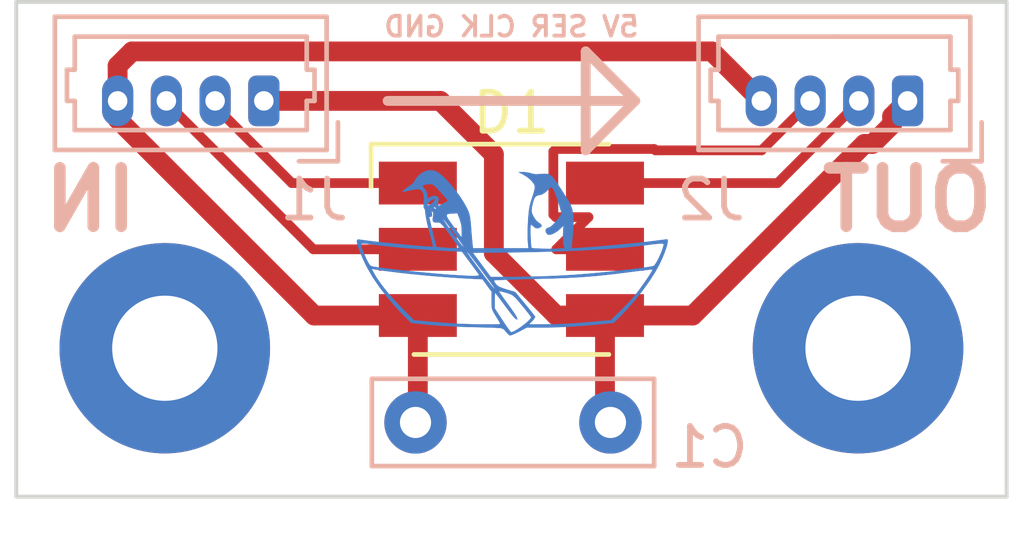
<source format=kicad_pcb>
(kicad_pcb (version 20171130) (host pcbnew 5.1.10-88a1d61d58~88~ubuntu20.04.1)

  (general
    (thickness 1.6)
    (drawings 11)
    (tracks 42)
    (zones 0)
    (modules 7)
    (nets 7)
  )

  (page A4)
  (layers
    (0 F.Cu signal)
    (31 B.Cu signal)
    (32 B.Adhes user hide)
    (33 F.Adhes user hide)
    (34 B.Paste user)
    (35 F.Paste user hide)
    (36 B.SilkS user)
    (37 F.SilkS user hide)
    (38 B.Mask user)
    (39 F.Mask user hide)
    (40 Dwgs.User user hide)
    (41 Cmts.User user hide)
    (42 Eco1.User user hide)
    (43 Eco2.User user hide)
    (44 Edge.Cuts user)
    (45 Margin user hide)
    (46 B.CrtYd user)
    (47 F.CrtYd user hide)
    (48 B.Fab user)
    (49 F.Fab user hide)
  )

  (setup
    (last_trace_width 0.25)
    (trace_clearance 0.2)
    (zone_clearance 0.508)
    (zone_45_only no)
    (trace_min 0.2)
    (via_size 0.8)
    (via_drill 0.4)
    (via_min_size 0.4)
    (via_min_drill 0.3)
    (uvia_size 0.3)
    (uvia_drill 0.1)
    (uvias_allowed no)
    (uvia_min_size 0.2)
    (uvia_min_drill 0.1)
    (edge_width 0.1)
    (segment_width 0.2)
    (pcb_text_width 0.3)
    (pcb_text_size 1.5 1.5)
    (mod_edge_width 0.15)
    (mod_text_size 1 1)
    (mod_text_width 0.15)
    (pad_size 1.524 1.524)
    (pad_drill 0.762)
    (pad_to_mask_clearance 0)
    (aux_axis_origin 0 0)
    (visible_elements FFFFFF7F)
    (pcbplotparams
      (layerselection 0x010fc_ffffffff)
      (usegerberextensions false)
      (usegerberattributes false)
      (usegerberadvancedattributes false)
      (creategerberjobfile false)
      (excludeedgelayer true)
      (linewidth 0.100000)
      (plotframeref false)
      (viasonmask false)
      (mode 1)
      (useauxorigin false)
      (hpglpennumber 1)
      (hpglpenspeed 20)
      (hpglpendiameter 15.000000)
      (psnegative false)
      (psa4output false)
      (plotreference true)
      (plotvalue true)
      (plotinvisibletext false)
      (padsonsilk false)
      (subtractmaskfromsilk false)
      (outputformat 1)
      (mirror false)
      (drillshape 1)
      (scaleselection 1)
      (outputdirectory ""))
  )

  (net 0 "")
  (net 1 +5V)
  (net 2 GND)
  (net 3 /SER_OUT)
  (net 4 /CLK_OUT)
  (net 5 /CLK_IN)
  (net 6 /SER_IN)

  (net_class Default "This is the default net class."
    (clearance 0.2)
    (trace_width 0.25)
    (via_dia 0.8)
    (via_drill 0.4)
    (uvia_dia 0.3)
    (uvia_drill 0.1)
    (add_net +5V)
    (add_net /CLK_IN)
    (add_net /CLK_OUT)
    (add_net /SER_IN)
    (add_net /SER_OUT)
    (add_net GND)
  )

  (module Decals:8mm-penguin (layer B.Cu) (tedit 609703FB) (tstamp 6097F8BA)
    (at 133.35 88.9 180)
    (fp_text reference G*** (at 0 3.81) (layer B.SilkS) hide
      (effects (font (size 1.524 1.524) (thickness 0.3)) (justify mirror))
    )
    (fp_text value LOGO (at 0.75 3.81) (layer B.SilkS) hide
      (effects (font (size 1.524 1.524) (thickness 0.3)) (justify mirror))
    )
    (fp_poly (pts (xy 2.247147 1.987857) (xy 2.26014 1.981435) (xy 2.331165 1.934129) (xy 2.400914 1.870109)
      (xy 2.457014 1.802851) (xy 2.487092 1.745834) (xy 2.4892 1.731933) (xy 2.509097 1.704417)
      (xy 2.561001 1.66089) (xy 2.626098 1.615789) (xy 2.717274 1.553646) (xy 2.771946 1.508002)
      (xy 2.787901 1.481453) (xy 2.762924 1.476591) (xy 2.740821 1.481342) (xy 2.568425 1.522452)
      (xy 2.441957 1.542561) (xy 2.361113 1.541718) (xy 2.355428 1.540458) (xy 2.290507 1.499417)
      (xy 2.251811 1.417383) (xy 2.240421 1.297501) (xy 2.245682 1.220952) (xy 2.251777 1.124353)
      (xy 2.244571 1.066724) (xy 2.23622 1.054731) (xy 2.216346 1.01954) (xy 2.209358 0.970051)
      (xy 2.201645 0.890129) (xy 2.180642 0.771529) (xy 2.148449 0.623991) (xy 2.107163 0.457252)
      (xy 2.067151 0.310037) (xy 2.039515 0.208323) (xy 2.019514 0.126767) (xy 2.009722 0.076351)
      (xy 2.009829 0.065609) (xy 2.039476 0.063451) (xy 2.112839 0.066322) (xy 2.223155 0.073571)
      (xy 2.36366 0.084551) (xy 2.527589 0.098613) (xy 2.708176 0.115109) (xy 2.898659 0.133389)
      (xy 3.092272 0.152805) (xy 3.28225 0.172708) (xy 3.46183 0.19245) (xy 3.624246 0.211383)
      (xy 3.762735 0.228857) (xy 3.86715 0.243698) (xy 3.929608 0.249962) (xy 3.956692 0.238855)
      (xy 3.9624 0.206947) (xy 3.95124 0.140818) (xy 3.920391 0.039916) (xy 3.873795 -0.085568)
      (xy 3.815397 -0.225438) (xy 3.74914 -0.369502) (xy 3.705461 -0.4572) (xy 3.562649 -0.705456)
      (xy 3.383655 -0.969077) (xy 3.176239 -1.237937) (xy 2.948162 -1.501914) (xy 2.733625 -1.724996)
      (xy 2.568365 -1.887892) (xy 2.128732 -1.93423) (xy 1.974466 -1.948107) (xy 1.783218 -1.961587)
      (xy 1.568802 -1.973915) (xy 1.345036 -1.98434) (xy 1.125736 -1.992107) (xy 1.016 -1.99489)
      (xy 0.832063 -1.999176) (xy 0.661445 -2.003856) (xy 0.511784 -2.008663) (xy 0.390718 -2.013333)
      (xy 0.305885 -2.017601) (xy 0.2667 -2.020898) (xy 0.189497 -2.055741) (xy 0.133116 -2.121192)
      (xy 0.087124 -2.176768) (xy 0.04249 -2.207158) (xy 0.031516 -2.209131) (xy -0.010419 -2.197386)
      (xy -0.083173 -2.166724) (xy -0.173219 -2.123008) (xy -0.202889 -2.107531) (xy -0.393077 -2.0066)
      (xy -0.807729 -2.0066) (xy -1.208649 -1.998785) (xy -1.647182 -1.975166) (xy -2.127823 -1.935476)
      (xy -2.294913 -1.918964) (xy -2.621325 -1.885504) (xy -2.760912 -1.749202) (xy -2.964531 -1.538138)
      (xy -3.166603 -1.305915) (xy -3.359152 -1.063034) (xy -3.534196 -0.819996) (xy -3.683758 -0.587303)
      (xy -3.723139 -0.516098) (xy -3.623365 -0.516098) (xy -3.615383 -0.541399) (xy -3.58256 -0.59942)
      (xy -3.530352 -0.682102) (xy -3.464216 -0.781387) (xy -3.389606 -0.889217) (xy -3.311978 -0.997534)
      (xy -3.236788 -1.098278) (xy -3.18174 -1.1684) (xy -3.099258 -1.264961) (xy -2.994099 -1.380452)
      (xy -2.880801 -1.499224) (xy -2.790097 -1.589963) (xy -2.5527 -1.821026) (xy -2.1971 -1.853851)
      (xy -1.941869 -1.876669) (xy -1.724397 -1.89421) (xy -1.532 -1.90718) (xy -1.351991 -1.916285)
      (xy -1.171683 -1.922231) (xy -0.978392 -1.925727) (xy -0.890368 -1.926633) (xy -0.447235 -1.9304)
      (xy -0.531268 -1.8437) (xy -0.578954 -1.787572) (xy -0.603975 -1.744633) (xy -0.508 -1.744633)
      (xy -0.487741 -1.784503) (xy -0.433795 -1.842157) (xy -0.356415 -1.909881) (xy -0.265852 -1.97996)
      (xy -0.172355 -2.044679) (xy -0.086176 -2.096324) (xy -0.017567 -2.127178) (xy 0.007254 -2.132417)
      (xy 0.027482 -2.112706) (xy 0.069659 -2.05769) (xy 0.128376 -1.974866) (xy 0.166975 -1.917875)
      (xy 0.2794 -1.917875) (xy 0.303455 -1.923285) (xy 0.3703 -1.92703) (xy 0.471957 -1.929192)
      (xy 0.600445 -1.929852) (xy 0.747786 -1.929093) (xy 0.905999 -1.926996) (xy 1.067106 -1.923642)
      (xy 1.223126 -1.919114) (xy 1.366081 -1.913492) (xy 1.487991 -1.906859) (xy 1.5113 -1.905265)
      (xy 1.679177 -1.892712) (xy 1.870313 -1.877596) (xy 2.057389 -1.862113) (xy 2.1717 -1.852196)
      (xy 2.5019 -1.822779) (xy 2.807478 -1.514639) (xy 2.998822 -1.313175) (xy 3.17423 -1.11179)
      (xy 3.327123 -0.91868) (xy 3.450925 -0.742038) (xy 3.519441 -0.627663) (xy 3.588743 -0.500333)
      (xy 3.479947 -0.51773) (xy 3.225939 -0.554929) (xy 2.931743 -0.592162) (xy 2.607958 -0.628399)
      (xy 2.265186 -0.662611) (xy 1.914027 -0.693768) (xy 1.56508 -0.720841) (xy 1.228948 -0.742801)
      (xy 1.075761 -0.751198) (xy 0.741823 -0.76823) (xy 0.624911 -0.927455) (xy 0.508 -1.086681)
      (xy 0.508 -1.312347) (xy 0.50702 -1.421672) (xy 0.500715 -1.498277) (xy 0.484038 -1.560242)
      (xy 0.451938 -1.625646) (xy 0.399369 -1.712569) (xy 0.3937 -1.721682) (xy 0.341833 -1.806398)
      (xy 0.302256 -1.873654) (xy 0.281226 -1.912709) (xy 0.2794 -1.917875) (xy 0.166975 -1.917875)
      (xy 0.198225 -1.871735) (xy 0.229504 -1.824283) (xy 0.4318 -1.514966) (xy 0.4318 -1.316283)
      (xy 0.430274 -1.223076) (xy 0.426226 -1.153313) (xy 0.420449 -1.119152) (xy 0.418829 -1.1176)
      (xy 0.400277 -1.137012) (xy 0.356869 -1.190855) (xy 0.293712 -1.272538) (xy 0.215914 -1.375471)
      (xy 0.142906 -1.473642) (xy 0.041286 -1.609157) (xy -0.035166 -1.705954) (xy -0.08956 -1.767519)
      (xy -0.125002 -1.797335) (xy -0.144602 -1.79889) (xy -0.145919 -1.797492) (xy -0.147098 -1.772278)
      (xy -0.12528 -1.723425) (xy -0.077996 -1.646862) (xy -0.002777 -1.538521) (xy 0.079915 -1.425227)
      (xy 0.162677 -1.311798) (xy 0.232536 -1.212953) (xy 0.284763 -1.13564) (xy 0.31463 -1.086806)
      (xy 0.31956 -1.073093) (xy 0.291196 -1.074062) (xy 0.227562 -1.087797) (xy 0.141719 -1.111418)
      (xy 0.130403 -1.114823) (xy 0.059722 -1.137162) (xy 0.00497 -1.159401) (xy -0.042717 -1.188721)
      (xy -0.092198 -1.232305) (xy -0.152337 -1.297338) (xy -0.231995 -1.391001) (xy -0.277346 -1.445335)
      (xy -0.360157 -1.546198) (xy -0.429787 -1.63389) (xy -0.48036 -1.700788) (xy -0.506003 -1.739269)
      (xy -0.508 -1.744633) (xy -0.603975 -1.744633) (xy -0.604652 -1.743472) (xy -0.606101 -1.730565)
      (xy -0.587439 -1.702693) (xy -0.542041 -1.643253) (xy -0.475747 -1.559658) (xy -0.394397 -1.459321)
      (xy -0.346714 -1.401332) (xy -0.096528 -1.098534) (xy 0.124515 -1.032197) (xy 0.165048 -1.019013)
      (xy 0.430429 -1.019013) (xy 0.44834 -1.006965) (xy 0.490936 -0.958477) (xy 0.559388 -0.872149)
      (xy 0.654866 -0.74658) (xy 0.723866 -0.65405) (xy 0.828668 -0.65405) (xy 0.832955 -0.669369)
      (xy 0.868911 -0.679532) (xy 0.939304 -0.684484) (xy 1.046903 -0.684169) (xy 1.194476 -0.678534)
      (xy 1.38479 -0.667523) (xy 1.620616 -0.651081) (xy 1.844401 -0.633942) (xy 2.042685 -0.617308)
      (xy 2.256753 -0.59761) (xy 2.478722 -0.575727) (xy 2.70071 -0.55254) (xy 2.914835 -0.528926)
      (xy 3.113214 -0.505767) (xy 3.287965 -0.483941) (xy 3.431205 -0.464327) (xy 3.535053 -0.447805)
      (xy 3.56524 -0.441954) (xy 3.60387 -0.427609) (xy 3.638081 -0.396695) (xy 3.67497 -0.339851)
      (xy 3.72163 -0.247711) (xy 3.736889 -0.215431) (xy 3.783294 -0.111522) (xy 3.822025 -0.015845)
      (xy 3.846891 0.055961) (xy 3.851473 0.074016) (xy 3.85809 0.128221) (xy 3.839857 0.149058)
      (xy 3.794125 0.152209) (xy 3.728654 0.148016) (xy 3.636926 0.137414) (xy 3.5687 0.1274)
      (xy 3.434493 0.108378) (xy 3.259004 0.087554) (xy 3.05168 0.065782) (xy 2.821966 0.043917)
      (xy 2.579312 0.022816) (xy 2.333164 0.003334) (xy 2.09297 -0.013675) (xy 1.868176 -0.027355)
      (xy 1.846062 -0.028552) (xy 1.266424 -0.059524) (xy 1.056979 -0.340912) (xy 0.979075 -0.446021)
      (xy 0.911445 -0.538104) (xy 0.860259 -0.608698) (xy 0.831686 -0.649341) (xy 0.828668 -0.65405)
      (xy 0.723866 -0.65405) (xy 0.742807 -0.62865) (xy 0.864968 -0.463707) (xy 0.959942 -0.334879)
      (xy 1.03092 -0.237562) (xy 1.081095 -0.167154) (xy 1.113658 -0.119054) (xy 1.1318 -0.088658)
      (xy 1.138714 -0.071364) (xy 1.137591 -0.062571) (xy 1.136384 -0.061118) (xy 1.119562 -0.077773)
      (xy 1.077984 -0.128584) (xy 1.016814 -0.206657) (xy 0.941218 -0.305094) (xy 0.856363 -0.417001)
      (xy 0.767413 -0.535482) (xy 0.679535 -0.653641) (xy 0.597894 -0.764582) (xy 0.527656 -0.861409)
      (xy 0.473986 -0.937228) (xy 0.44205 -0.985142) (xy 0.436033 -0.996025) (xy 0.430429 -1.019013)
      (xy 0.165048 -1.019013) (xy 0.240362 -0.994516) (xy 0.318465 -0.960574) (xy 0.370886 -0.924111)
      (xy 0.403615 -0.887333) (xy 0.43769 -0.834236) (xy 0.450201 -0.799899) (xy 0.448812 -0.795945)
      (xy 0.421381 -0.79249) (xy 0.348787 -0.788209) (xy 0.236655 -0.783303) (xy 0.090612 -0.777977)
      (xy -0.083716 -0.772433) (xy -0.280703 -0.766874) (xy -0.494724 -0.761504) (xy -0.524975 -0.760797)
      (xy -0.874819 -0.751897) (xy -1.183396 -0.742064) (xy -1.46024 -0.730598) (xy -1.714885 -0.7168)
      (xy -1.956863 -0.699971) (xy -2.195708 -0.67941) (xy -2.440952 -0.654419) (xy -2.70213 -0.624299)
      (xy -2.988774 -0.588349) (xy -3.133839 -0.569394) (xy -3.283786 -0.550171) (xy -3.415617 -0.534348)
      (xy -3.521398 -0.522788) (xy -3.593196 -0.516356) (xy -3.623078 -0.515914) (xy -3.623365 -0.516098)
      (xy -3.723139 -0.516098) (xy -3.790835 -0.3937) (xy -3.85849 -0.25036) (xy -3.916359 -0.112082)
      (xy -3.962192 0.013907) (xy -3.99073 0.110233) (xy -3.905982 0.110233) (xy -3.899664 0.08255)
      (xy -3.870583 -0.01111) (xy -3.828972 -0.116871) (xy -3.780548 -0.22311) (xy -3.731025 -0.318205)
      (xy -3.686118 -0.390533) (xy -3.651543 -0.428473) (xy -3.647325 -0.430585) (xy -3.601853 -0.440962)
      (xy -3.513008 -0.455484) (xy -3.387972 -0.473292) (xy -3.233925 -0.493524) (xy -3.058047 -0.515321)
      (xy -2.86752 -0.53782) (xy -2.669524 -0.560162) (xy -2.471239 -0.581485) (xy -2.279846 -0.600928)
      (xy -2.102526 -0.617632) (xy -2.0447 -0.622707) (xy -1.660267 -0.65302) (xy -1.294879 -0.675877)
      (xy -0.93131 -0.692039) (xy -0.552332 -0.702264) (xy -0.140717 -0.707311) (xy -0.121888 -0.707424)
      (xy 0.530925 -0.7112) (xy 0.992247 -0.0889) (xy 0.426273 -0.083321) (xy -0.174318 -0.075548)
      (xy -0.727341 -0.064455) (xy -1.23593 -0.049891) (xy -1.703218 -0.031703) (xy -2.132337 -0.00974)
      (xy -2.526421 0.016149) (xy -2.888604 0.046117) (xy -3.222019 0.080315) (xy -3.4036 0.102166)
      (xy -3.577299 0.124174) (xy -3.706752 0.139635) (xy -3.79812 0.148308) (xy -3.857565 0.149948)
      (xy -3.89125 0.144311) (xy -3.905335 0.131154) (xy -3.905982 0.110233) (xy -3.99073 0.110233)
      (xy -3.993737 0.120379) (xy -4.008743 0.200106) (xy -4.00496 0.24586) (xy -3.992536 0.254)
      (xy -3.960468 0.250843) (xy -3.888936 0.242267) (xy -3.788826 0.229614) (xy -3.681386 0.215601)
      (xy -3.530982 0.196985) (xy -3.349618 0.176591) (xy -3.144994 0.155104) (xy -2.924809 0.133212)
      (xy -2.696762 0.1116) (xy -2.468552 0.090957) (xy -2.24788 0.071969) (xy -2.042443 0.055323)
      (xy -1.859941 0.041705) (xy -1.708074 0.031803) (xy -1.594541 0.026303) (xy -1.549257 0.0254)
      (xy -1.549001 0.027831) (xy -1.36811 0.027831) (xy -1.223805 0.017077) (xy -1.134369 0.012835)
      (xy -1.023074 0.011079) (xy -0.901026 0.011541) (xy -0.779331 0.013952) (xy -0.669094 0.018044)
      (xy -0.581421 0.023549) (xy -0.527418 0.030197) (xy -0.516151 0.034184) (xy -0.507791 0.065112)
      (xy -0.500255 0.132609) (xy -0.493937 0.224671) (xy -0.48923 0.329292) (xy -0.486527 0.434465)
      (xy -0.486221 0.528185) (xy -0.488706 0.598446) (xy -0.494375 0.633243) (xy -0.496471 0.635)
      (xy -0.527922 0.619177) (xy -0.574949 0.580953) (xy -0.576582 0.579427) (xy -0.629235 0.54189)
      (xy -0.681151 0.540901) (xy -0.703143 0.547677) (xy -0.763853 0.579562) (xy -0.774604 0.615946)
      (xy -0.735399 0.658783) (xy -0.703323 0.67959) (xy -0.626797 0.746729) (xy -0.562178 0.844023)
      (xy -0.55941 0.849641) (xy -0.526475 0.925384) (xy -0.514387 0.986295) (xy -0.520266 1.057539)
      (xy -0.529793 1.108634) (xy -0.55892 1.233261) (xy -0.590281 1.315627) (xy -0.629361 1.364166)
      (xy -0.681642 1.387312) (xy -0.713977 1.39196) (xy -0.791261 1.412434) (xy -0.871506 1.465722)
      (xy -0.914371 1.504432) (xy -1.02345 1.609244) (xy -1.070744 1.550838) (xy -1.097715 1.501667)
      (xy -1.134222 1.412451) (xy -1.17707 1.292325) (xy -1.223067 1.150425) (xy -1.269017 0.995885)
      (xy -1.28574 0.935971) (xy -1.27534 0.896356) (xy -1.237205 0.833355) (xy -1.180809 0.758168)
      (xy -1.115626 0.681995) (xy -1.051128 0.616037) (xy -0.99679 0.571493) (xy -0.96672 0.5588)
      (xy -0.906291 0.539491) (xy -0.87705 0.491962) (xy -0.886947 0.435638) (xy -0.922027 0.390138)
      (xy -0.945859 0.373814) (xy -1.001929 0.375725) (xy -1.080229 0.405883) (xy -1.166476 0.457213)
      (xy -1.246389 0.522642) (xy -1.246436 0.522688) (xy -1.337172 0.611094) (xy -1.325893 0.396194)
      (xy -1.323748 0.286324) (xy -1.32814 0.186901) (xy -1.33812 0.115784) (xy -1.341362 0.104562)
      (xy -1.36811 0.027831) (xy -1.549001 0.027831) (xy -1.546757 0.049048) (xy -1.549689 0.113709)
      (xy -1.557406 0.209962) (xy -1.569259 0.328388) (xy -1.57155 0.34925) (xy -1.591681 0.615221)
      (xy -1.587883 0.838425) (xy -1.559948 1.021019) (xy -1.507668 1.165159) (xy -1.489472 1.197567)
      (xy -1.399316 1.342647) (xy -1.30938 1.483911) (xy -1.22493 1.61339) (xy -1.151233 1.723112)
      (xy -1.093558 1.805107) (xy -1.057961 1.850545) (xy -0.997617 1.904256) (xy -0.930608 1.932115)
      (xy -0.841817 1.938015) (xy -0.7493 1.930071) (xy -0.623599 1.923642) (xy -0.528472 1.940134)
      (xy -0.511249 1.946487) (xy -0.430215 1.968209) (xy -0.333986 1.979521) (xy -0.308049 1.980018)
      (xy -0.1905 1.978835) (xy -0.306106 1.918595) (xy -0.412832 1.850999) (xy -0.505982 1.770168)
      (xy -0.573708 1.687755) (xy -0.60183 1.627703) (xy -0.600624 1.566461) (xy -0.578074 1.465894)
      (xy -0.535553 1.332114) (xy -0.534975 1.330468) (xy -0.498398 1.219239) (xy -0.472261 1.118209)
      (xy -0.453724 1.011561) (xy -0.439948 0.883483) (xy -0.429779 0.744694) (xy -0.422323 0.596407)
      (xy -0.418489 0.447499) (xy -0.41849 0.314679) (xy -0.42254 0.214653) (xy -0.42296 0.20955)
      (xy -0.438807 0.0254) (xy 0.987487 0.0254) (xy 0.989717 0.04445) (xy 1.347658 0.04445)
      (xy 1.371154 0.031212) (xy 1.443354 0.026245) (xy 1.562842 0.029559) (xy 1.728198 0.041164)
      (xy 1.733242 0.041589) (xy 1.924748 0.057777) (xy 1.965589 0.213039) (xy 1.986426 0.295042)
      (xy 2.011601 0.398217) (xy 2.038418 0.510963) (xy 2.06418 0.621679) (xy 2.086189 0.718763)
      (xy 2.101749 0.790614) (xy 2.108162 0.825632) (xy 2.1082 0.826484) (xy 2.087283 0.836666)
      (xy 2.066925 0.8382) (xy 2.03977 0.848767) (xy 2.036638 0.888856) (xy 2.041509 0.917498)
      (xy 2.048851 0.968788) (xy 2.039097 0.979109) (xy 2.022128 0.967548) (xy 2.00006 0.928643)
      (xy 2.004333 0.861833) (xy 2.007464 0.847069) (xy 2.019834 0.758892) (xy 2.004547 0.708828)
      (xy 1.957156 0.689802) (xy 1.909088 0.690545) (xy 1.873697 0.692201) (xy 1.843347 0.68627)
      (xy 1.811888 0.666903) (xy 1.77317 0.62825) (xy 1.721045 0.564462) (xy 1.649362 0.469688)
      (xy 1.58368 0.381) (xy 1.50296 0.270692) (xy 1.434047 0.174529) (xy 1.382173 0.099967)
      (xy 1.352564 0.05446) (xy 1.347658 0.04445) (xy 0.989717 0.04445) (xy 0.991372 0.058584)
      (xy 1.22546 0.058584) (xy 1.234259 0.057241) (xy 1.23655 0.058581) (xy 1.260711 0.084444)
      (xy 1.308878 0.14454) (xy 1.375575 0.231735) (xy 1.455324 0.338894) (xy 1.524733 0.43405)
      (xy 1.608093 0.550768) (xy 1.678961 0.652775) (xy 1.732747 0.733234) (xy 1.764866 0.785312)
      (xy 1.77176 0.802106) (xy 1.753762 0.786673) (xy 1.71145 0.736798) (xy 1.650226 0.659244)
      (xy 1.575493 0.56077) (xy 1.531847 0.501856) (xy 1.417037 0.344764) (xy 1.331038 0.224961)
      (xy 1.271805 0.139375) (xy 1.237294 0.084939) (xy 1.22546 0.058584) (xy 0.991372 0.058584)
      (xy 1.000127 0.13335) (xy 1.006929 0.201044) (xy 1.016057 0.305126) (xy 1.026308 0.431304)
      (xy 1.0294 0.472017) (xy 1.27078 0.472017) (xy 1.271769 0.386853) (xy 1.275104 0.327755)
      (xy 1.280084 0.306631) (xy 1.280512 0.306917) (xy 1.298567 0.330234) (xy 1.340732 0.386777)
      (xy 1.401209 0.46871) (xy 1.474195 0.568198) (xy 1.495016 0.596672) (xy 1.58094 0.715654)
      (xy 1.636756 0.800126) (xy 1.662715 0.856309) (xy 1.659072 0.890422) (xy 1.626077 0.908685)
      (xy 1.563985 0.917317) (xy 1.50818 0.920708) (xy 1.386097 0.9271) (xy 1.328829 0.7874)
      (xy 1.284305 0.635187) (xy 1.27078 0.472017) (xy 1.0294 0.472017) (xy 1.036297 0.562818)
      (xy 1.048242 0.70671) (xy 1.061525 0.813518) (xy 1.078986 0.896936) (xy 1.103466 0.970657)
      (xy 1.132596 1.036791) (xy 1.9304 1.036791) (xy 1.944912 1.026553) (xy 1.948295 1.0287)
      (xy 2.0574 1.0287) (xy 2.0701 1.016) (xy 2.0828 1.0287) (xy 2.0701 1.0414)
      (xy 2.0574 1.0287) (xy 1.948295 1.0287) (xy 1.969113 1.04191) (xy 1.99574 1.072969)
      (xy 1.996203 1.085663) (xy 1.968002 1.086207) (xy 1.938678 1.060576) (xy 1.9304 1.036791)
      (xy 1.132596 1.036791) (xy 1.136396 1.045418) (xy 1.222372 1.203021) (xy 1.251369 1.247263)
      (xy 1.623324 1.247263) (xy 1.681612 1.210935) (xy 1.772581 1.156225) (xy 1.831084 1.127504)
      (xy 1.866323 1.121702) (xy 1.887502 1.135753) (xy 1.891123 1.141097) (xy 1.892267 1.179265)
      (xy 1.876188 1.229245) (xy 1.868607 1.272442) (xy 1.957769 1.272442) (xy 1.990231 1.224525)
      (xy 2.033948 1.183358) (xy 2.10317 1.132269) (xy 2.143879 1.12059) (xy 2.158809 1.147679)
      (xy 2.159 1.153971) (xy 2.13988 1.191951) (xy 2.093065 1.237085) (xy 2.085228 1.242871)
      (xy 2.009831 1.286911) (xy 1.965824 1.295003) (xy 1.957769 1.272442) (xy 1.868607 1.272442)
      (xy 1.864318 1.296877) (xy 1.890959 1.345211) (xy 1.945976 1.369581) (xy 2.019233 1.365323)
      (xy 2.096393 1.330579) (xy 2.138049 1.305914) (xy 2.155327 1.312824) (xy 2.158964 1.359795)
      (xy 2.159 1.380071) (xy 2.181749 1.481041) (xy 2.223147 1.539799) (xy 2.262898 1.591772)
      (xy 2.278924 1.631464) (xy 2.2783 1.636358) (xy 2.249963 1.653226) (xy 2.187213 1.666617)
      (xy 2.138454 1.671361) (xy 2.069219 1.673679) (xy 2.020583 1.665634) (xy 1.977193 1.639589)
      (xy 1.923692 1.587908) (xy 1.883071 1.544361) (xy 1.808975 1.463063) (xy 1.738472 1.383764)
      (xy 1.690932 1.328482) (xy 1.623324 1.247263) (xy 1.251369 1.247263) (xy 1.334127 1.373527)
      (xy 1.462425 1.545334) (xy 1.598031 1.706839) (xy 1.731709 1.846439) (xy 1.854225 1.952531)
      (xy 1.86436 1.960019) (xy 1.984645 2.019514) (xy 2.112384 2.028801) (xy 2.247147 1.987857)) (layer B.Cu) (width 0.01))
    (fp_poly (pts (xy 2.247147 1.987857) (xy 2.26014 1.981435) (xy 2.331165 1.934129) (xy 2.400914 1.870109)
      (xy 2.457014 1.802851) (xy 2.487092 1.745834) (xy 2.4892 1.731933) (xy 2.509097 1.704417)
      (xy 2.561001 1.66089) (xy 2.626098 1.615789) (xy 2.717274 1.553646) (xy 2.771946 1.508002)
      (xy 2.787901 1.481453) (xy 2.762924 1.476591) (xy 2.740821 1.481342) (xy 2.568425 1.522452)
      (xy 2.441957 1.542561) (xy 2.361113 1.541718) (xy 2.355428 1.540458) (xy 2.290507 1.499417)
      (xy 2.251811 1.417383) (xy 2.240421 1.297501) (xy 2.245682 1.220952) (xy 2.251777 1.124353)
      (xy 2.244571 1.066724) (xy 2.23622 1.054731) (xy 2.216346 1.01954) (xy 2.209358 0.970051)
      (xy 2.201645 0.890129) (xy 2.180642 0.771529) (xy 2.148449 0.623991) (xy 2.107163 0.457252)
      (xy 2.067151 0.310037) (xy 2.039515 0.208323) (xy 2.019514 0.126767) (xy 2.009722 0.076351)
      (xy 2.009829 0.065609) (xy 2.039476 0.063451) (xy 2.112839 0.066322) (xy 2.223155 0.073571)
      (xy 2.36366 0.084551) (xy 2.527589 0.098613) (xy 2.708176 0.115109) (xy 2.898659 0.133389)
      (xy 3.092272 0.152805) (xy 3.28225 0.172708) (xy 3.46183 0.19245) (xy 3.624246 0.211383)
      (xy 3.762735 0.228857) (xy 3.86715 0.243698) (xy 3.929608 0.249962) (xy 3.956692 0.238855)
      (xy 3.9624 0.206947) (xy 3.95124 0.140818) (xy 3.920391 0.039916) (xy 3.873795 -0.085568)
      (xy 3.815397 -0.225438) (xy 3.74914 -0.369502) (xy 3.705461 -0.4572) (xy 3.562649 -0.705456)
      (xy 3.383655 -0.969077) (xy 3.176239 -1.237937) (xy 2.948162 -1.501914) (xy 2.733625 -1.724996)
      (xy 2.568365 -1.887892) (xy 2.128732 -1.93423) (xy 1.974466 -1.948107) (xy 1.783218 -1.961587)
      (xy 1.568802 -1.973915) (xy 1.345036 -1.98434) (xy 1.125736 -1.992107) (xy 1.016 -1.99489)
      (xy 0.832063 -1.999176) (xy 0.661445 -2.003856) (xy 0.511784 -2.008663) (xy 0.390718 -2.013333)
      (xy 0.305885 -2.017601) (xy 0.2667 -2.020898) (xy 0.189497 -2.055741) (xy 0.133116 -2.121192)
      (xy 0.087124 -2.176768) (xy 0.04249 -2.207158) (xy 0.031516 -2.209131) (xy -0.010419 -2.197386)
      (xy -0.083173 -2.166724) (xy -0.173219 -2.123008) (xy -0.202889 -2.107531) (xy -0.393077 -2.0066)
      (xy -0.807729 -2.0066) (xy -1.208649 -1.998785) (xy -1.647182 -1.975166) (xy -2.127823 -1.935476)
      (xy -2.294913 -1.918964) (xy -2.621325 -1.885504) (xy -2.760912 -1.749202) (xy -2.964531 -1.538138)
      (xy -3.166603 -1.305915) (xy -3.359152 -1.063034) (xy -3.534196 -0.819996) (xy -3.683758 -0.587303)
      (xy -3.723139 -0.516098) (xy -3.623365 -0.516098) (xy -3.615383 -0.541399) (xy -3.58256 -0.59942)
      (xy -3.530352 -0.682102) (xy -3.464216 -0.781387) (xy -3.389606 -0.889217) (xy -3.311978 -0.997534)
      (xy -3.236788 -1.098278) (xy -3.18174 -1.1684) (xy -3.099258 -1.264961) (xy -2.994099 -1.380452)
      (xy -2.880801 -1.499224) (xy -2.790097 -1.589963) (xy -2.5527 -1.821026) (xy -2.1971 -1.853851)
      (xy -1.941869 -1.876669) (xy -1.724397 -1.89421) (xy -1.532 -1.90718) (xy -1.351991 -1.916285)
      (xy -1.171683 -1.922231) (xy -0.978392 -1.925727) (xy -0.890368 -1.926633) (xy -0.447235 -1.9304)
      (xy -0.531268 -1.8437) (xy -0.578954 -1.787572) (xy -0.603975 -1.744633) (xy -0.508 -1.744633)
      (xy -0.487741 -1.784503) (xy -0.433795 -1.842157) (xy -0.356415 -1.909881) (xy -0.265852 -1.97996)
      (xy -0.172355 -2.044679) (xy -0.086176 -2.096324) (xy -0.017567 -2.127178) (xy 0.007254 -2.132417)
      (xy 0.027482 -2.112706) (xy 0.069659 -2.05769) (xy 0.128376 -1.974866) (xy 0.166975 -1.917875)
      (xy 0.2794 -1.917875) (xy 0.303455 -1.923285) (xy 0.3703 -1.92703) (xy 0.471957 -1.929192)
      (xy 0.600445 -1.929852) (xy 0.747786 -1.929093) (xy 0.905999 -1.926996) (xy 1.067106 -1.923642)
      (xy 1.223126 -1.919114) (xy 1.366081 -1.913492) (xy 1.487991 -1.906859) (xy 1.5113 -1.905265)
      (xy 1.679177 -1.892712) (xy 1.870313 -1.877596) (xy 2.057389 -1.862113) (xy 2.1717 -1.852196)
      (xy 2.5019 -1.822779) (xy 2.807478 -1.514639) (xy 2.998822 -1.313175) (xy 3.17423 -1.11179)
      (xy 3.327123 -0.91868) (xy 3.450925 -0.742038) (xy 3.519441 -0.627663) (xy 3.588743 -0.500333)
      (xy 3.479947 -0.51773) (xy 3.225939 -0.554929) (xy 2.931743 -0.592162) (xy 2.607958 -0.628399)
      (xy 2.265186 -0.662611) (xy 1.914027 -0.693768) (xy 1.56508 -0.720841) (xy 1.228948 -0.742801)
      (xy 1.075761 -0.751198) (xy 0.741823 -0.76823) (xy 0.624911 -0.927455) (xy 0.508 -1.086681)
      (xy 0.508 -1.312347) (xy 0.50702 -1.421672) (xy 0.500715 -1.498277) (xy 0.484038 -1.560242)
      (xy 0.451938 -1.625646) (xy 0.399369 -1.712569) (xy 0.3937 -1.721682) (xy 0.341833 -1.806398)
      (xy 0.302256 -1.873654) (xy 0.281226 -1.912709) (xy 0.2794 -1.917875) (xy 0.166975 -1.917875)
      (xy 0.198225 -1.871735) (xy 0.229504 -1.824283) (xy 0.4318 -1.514966) (xy 0.4318 -1.316283)
      (xy 0.430274 -1.223076) (xy 0.426226 -1.153313) (xy 0.420449 -1.119152) (xy 0.418829 -1.1176)
      (xy 0.400277 -1.137012) (xy 0.356869 -1.190855) (xy 0.293712 -1.272538) (xy 0.215914 -1.375471)
      (xy 0.142906 -1.473642) (xy 0.041286 -1.609157) (xy -0.035166 -1.705954) (xy -0.08956 -1.767519)
      (xy -0.125002 -1.797335) (xy -0.144602 -1.79889) (xy -0.145919 -1.797492) (xy -0.147098 -1.772278)
      (xy -0.12528 -1.723425) (xy -0.077996 -1.646862) (xy -0.002777 -1.538521) (xy 0.079915 -1.425227)
      (xy 0.162677 -1.311798) (xy 0.232536 -1.212953) (xy 0.284763 -1.13564) (xy 0.31463 -1.086806)
      (xy 0.31956 -1.073093) (xy 0.291196 -1.074062) (xy 0.227562 -1.087797) (xy 0.141719 -1.111418)
      (xy 0.130403 -1.114823) (xy 0.059722 -1.137162) (xy 0.00497 -1.159401) (xy -0.042717 -1.188721)
      (xy -0.092198 -1.232305) (xy -0.152337 -1.297338) (xy -0.231995 -1.391001) (xy -0.277346 -1.445335)
      (xy -0.360157 -1.546198) (xy -0.429787 -1.63389) (xy -0.48036 -1.700788) (xy -0.506003 -1.739269)
      (xy -0.508 -1.744633) (xy -0.603975 -1.744633) (xy -0.604652 -1.743472) (xy -0.606101 -1.730565)
      (xy -0.587439 -1.702693) (xy -0.542041 -1.643253) (xy -0.475747 -1.559658) (xy -0.394397 -1.459321)
      (xy -0.346714 -1.401332) (xy -0.096528 -1.098534) (xy 0.124515 -1.032197) (xy 0.165048 -1.019013)
      (xy 0.430429 -1.019013) (xy 0.44834 -1.006965) (xy 0.490936 -0.958477) (xy 0.559388 -0.872149)
      (xy 0.654866 -0.74658) (xy 0.723866 -0.65405) (xy 0.828668 -0.65405) (xy 0.832955 -0.669369)
      (xy 0.868911 -0.679532) (xy 0.939304 -0.684484) (xy 1.046903 -0.684169) (xy 1.194476 -0.678534)
      (xy 1.38479 -0.667523) (xy 1.620616 -0.651081) (xy 1.844401 -0.633942) (xy 2.042685 -0.617308)
      (xy 2.256753 -0.59761) (xy 2.478722 -0.575727) (xy 2.70071 -0.55254) (xy 2.914835 -0.528926)
      (xy 3.113214 -0.505767) (xy 3.287965 -0.483941) (xy 3.431205 -0.464327) (xy 3.535053 -0.447805)
      (xy 3.56524 -0.441954) (xy 3.60387 -0.427609) (xy 3.638081 -0.396695) (xy 3.67497 -0.339851)
      (xy 3.72163 -0.247711) (xy 3.736889 -0.215431) (xy 3.783294 -0.111522) (xy 3.822025 -0.015845)
      (xy 3.846891 0.055961) (xy 3.851473 0.074016) (xy 3.85809 0.128221) (xy 3.839857 0.149058)
      (xy 3.794125 0.152209) (xy 3.728654 0.148016) (xy 3.636926 0.137414) (xy 3.5687 0.1274)
      (xy 3.434493 0.108378) (xy 3.259004 0.087554) (xy 3.05168 0.065782) (xy 2.821966 0.043917)
      (xy 2.579312 0.022816) (xy 2.333164 0.003334) (xy 2.09297 -0.013675) (xy 1.868176 -0.027355)
      (xy 1.846062 -0.028552) (xy 1.266424 -0.059524) (xy 1.056979 -0.340912) (xy 0.979075 -0.446021)
      (xy 0.911445 -0.538104) (xy 0.860259 -0.608698) (xy 0.831686 -0.649341) (xy 0.828668 -0.65405)
      (xy 0.723866 -0.65405) (xy 0.742807 -0.62865) (xy 0.864968 -0.463707) (xy 0.959942 -0.334879)
      (xy 1.03092 -0.237562) (xy 1.081095 -0.167154) (xy 1.113658 -0.119054) (xy 1.1318 -0.088658)
      (xy 1.138714 -0.071364) (xy 1.137591 -0.062571) (xy 1.136384 -0.061118) (xy 1.119562 -0.077773)
      (xy 1.077984 -0.128584) (xy 1.016814 -0.206657) (xy 0.941218 -0.305094) (xy 0.856363 -0.417001)
      (xy 0.767413 -0.535482) (xy 0.679535 -0.653641) (xy 0.597894 -0.764582) (xy 0.527656 -0.861409)
      (xy 0.473986 -0.937228) (xy 0.44205 -0.985142) (xy 0.436033 -0.996025) (xy 0.430429 -1.019013)
      (xy 0.165048 -1.019013) (xy 0.240362 -0.994516) (xy 0.318465 -0.960574) (xy 0.370886 -0.924111)
      (xy 0.403615 -0.887333) (xy 0.43769 -0.834236) (xy 0.450201 -0.799899) (xy 0.448812 -0.795945)
      (xy 0.421381 -0.79249) (xy 0.348787 -0.788209) (xy 0.236655 -0.783303) (xy 0.090612 -0.777977)
      (xy -0.083716 -0.772433) (xy -0.280703 -0.766874) (xy -0.494724 -0.761504) (xy -0.524975 -0.760797)
      (xy -0.874819 -0.751897) (xy -1.183396 -0.742064) (xy -1.46024 -0.730598) (xy -1.714885 -0.7168)
      (xy -1.956863 -0.699971) (xy -2.195708 -0.67941) (xy -2.440952 -0.654419) (xy -2.70213 -0.624299)
      (xy -2.988774 -0.588349) (xy -3.133839 -0.569394) (xy -3.283786 -0.550171) (xy -3.415617 -0.534348)
      (xy -3.521398 -0.522788) (xy -3.593196 -0.516356) (xy -3.623078 -0.515914) (xy -3.623365 -0.516098)
      (xy -3.723139 -0.516098) (xy -3.790835 -0.3937) (xy -3.85849 -0.25036) (xy -3.916359 -0.112082)
      (xy -3.962192 0.013907) (xy -3.99073 0.110233) (xy -3.905982 0.110233) (xy -3.899664 0.08255)
      (xy -3.870583 -0.01111) (xy -3.828972 -0.116871) (xy -3.780548 -0.22311) (xy -3.731025 -0.318205)
      (xy -3.686118 -0.390533) (xy -3.651543 -0.428473) (xy -3.647325 -0.430585) (xy -3.601853 -0.440962)
      (xy -3.513008 -0.455484) (xy -3.387972 -0.473292) (xy -3.233925 -0.493524) (xy -3.058047 -0.515321)
      (xy -2.86752 -0.53782) (xy -2.669524 -0.560162) (xy -2.471239 -0.581485) (xy -2.279846 -0.600928)
      (xy -2.102526 -0.617632) (xy -2.0447 -0.622707) (xy -1.660267 -0.65302) (xy -1.294879 -0.675877)
      (xy -0.93131 -0.692039) (xy -0.552332 -0.702264) (xy -0.140717 -0.707311) (xy -0.121888 -0.707424)
      (xy 0.530925 -0.7112) (xy 0.992247 -0.0889) (xy 0.426273 -0.083321) (xy -0.174318 -0.075548)
      (xy -0.727341 -0.064455) (xy -1.23593 -0.049891) (xy -1.703218 -0.031703) (xy -2.132337 -0.00974)
      (xy -2.526421 0.016149) (xy -2.888604 0.046117) (xy -3.222019 0.080315) (xy -3.4036 0.102166)
      (xy -3.577299 0.124174) (xy -3.706752 0.139635) (xy -3.79812 0.148308) (xy -3.857565 0.149948)
      (xy -3.89125 0.144311) (xy -3.905335 0.131154) (xy -3.905982 0.110233) (xy -3.99073 0.110233)
      (xy -3.993737 0.120379) (xy -4.008743 0.200106) (xy -4.00496 0.24586) (xy -3.992536 0.254)
      (xy -3.960468 0.250843) (xy -3.888936 0.242267) (xy -3.788826 0.229614) (xy -3.681386 0.215601)
      (xy -3.530982 0.196985) (xy -3.349618 0.176591) (xy -3.144994 0.155104) (xy -2.924809 0.133212)
      (xy -2.696762 0.1116) (xy -2.468552 0.090957) (xy -2.24788 0.071969) (xy -2.042443 0.055323)
      (xy -1.859941 0.041705) (xy -1.708074 0.031803) (xy -1.594541 0.026303) (xy -1.549257 0.0254)
      (xy -1.549001 0.027831) (xy -1.36811 0.027831) (xy -1.223805 0.017077) (xy -1.134369 0.012835)
      (xy -1.023074 0.011079) (xy -0.901026 0.011541) (xy -0.779331 0.013952) (xy -0.669094 0.018044)
      (xy -0.581421 0.023549) (xy -0.527418 0.030197) (xy -0.516151 0.034184) (xy -0.507791 0.065112)
      (xy -0.500255 0.132609) (xy -0.493937 0.224671) (xy -0.48923 0.329292) (xy -0.486527 0.434465)
      (xy -0.486221 0.528185) (xy -0.488706 0.598446) (xy -0.494375 0.633243) (xy -0.496471 0.635)
      (xy -0.527922 0.619177) (xy -0.574949 0.580953) (xy -0.576582 0.579427) (xy -0.629235 0.54189)
      (xy -0.681151 0.540901) (xy -0.703143 0.547677) (xy -0.763853 0.579562) (xy -0.774604 0.615946)
      (xy -0.735399 0.658783) (xy -0.703323 0.67959) (xy -0.626797 0.746729) (xy -0.562178 0.844023)
      (xy -0.55941 0.849641) (xy -0.526475 0.925384) (xy -0.514387 0.986295) (xy -0.520266 1.057539)
      (xy -0.529793 1.108634) (xy -0.55892 1.233261) (xy -0.590281 1.315627) (xy -0.629361 1.364166)
      (xy -0.681642 1.387312) (xy -0.713977 1.39196) (xy -0.791261 1.412434) (xy -0.871506 1.465722)
      (xy -0.914371 1.504432) (xy -1.02345 1.609244) (xy -1.070744 1.550838) (xy -1.097715 1.501667)
      (xy -1.134222 1.412451) (xy -1.17707 1.292325) (xy -1.223067 1.150425) (xy -1.269017 0.995885)
      (xy -1.28574 0.935971) (xy -1.27534 0.896356) (xy -1.237205 0.833355) (xy -1.180809 0.758168)
      (xy -1.115626 0.681995) (xy -1.051128 0.616037) (xy -0.99679 0.571493) (xy -0.96672 0.5588)
      (xy -0.906291 0.539491) (xy -0.87705 0.491962) (xy -0.886947 0.435638) (xy -0.922027 0.390138)
      (xy -0.945859 0.373814) (xy -1.001929 0.375725) (xy -1.080229 0.405883) (xy -1.166476 0.457213)
      (xy -1.246389 0.522642) (xy -1.246436 0.522688) (xy -1.337172 0.611094) (xy -1.325893 0.396194)
      (xy -1.323748 0.286324) (xy -1.32814 0.186901) (xy -1.33812 0.115784) (xy -1.341362 0.104562)
      (xy -1.36811 0.027831) (xy -1.549001 0.027831) (xy -1.546757 0.049048) (xy -1.549689 0.113709)
      (xy -1.557406 0.209962) (xy -1.569259 0.328388) (xy -1.57155 0.34925) (xy -1.591681 0.615221)
      (xy -1.587883 0.838425) (xy -1.559948 1.021019) (xy -1.507668 1.165159) (xy -1.489472 1.197567)
      (xy -1.399316 1.342647) (xy -1.30938 1.483911) (xy -1.22493 1.61339) (xy -1.151233 1.723112)
      (xy -1.093558 1.805107) (xy -1.057961 1.850545) (xy -0.997617 1.904256) (xy -0.930608 1.932115)
      (xy -0.841817 1.938015) (xy -0.7493 1.930071) (xy -0.623599 1.923642) (xy -0.528472 1.940134)
      (xy -0.511249 1.946487) (xy -0.430215 1.968209) (xy -0.333986 1.979521) (xy -0.308049 1.980018)
      (xy -0.1905 1.978835) (xy -0.306106 1.918595) (xy -0.412832 1.850999) (xy -0.505982 1.770168)
      (xy -0.573708 1.687755) (xy -0.60183 1.627703) (xy -0.600624 1.566461) (xy -0.578074 1.465894)
      (xy -0.535553 1.332114) (xy -0.534975 1.330468) (xy -0.498398 1.219239) (xy -0.472261 1.118209)
      (xy -0.453724 1.011561) (xy -0.439948 0.883483) (xy -0.429779 0.744694) (xy -0.422323 0.596407)
      (xy -0.418489 0.447499) (xy -0.41849 0.314679) (xy -0.42254 0.214653) (xy -0.42296 0.20955)
      (xy -0.438807 0.0254) (xy 0.987487 0.0254) (xy 0.989717 0.04445) (xy 1.347658 0.04445)
      (xy 1.371154 0.031212) (xy 1.443354 0.026245) (xy 1.562842 0.029559) (xy 1.728198 0.041164)
      (xy 1.733242 0.041589) (xy 1.924748 0.057777) (xy 1.965589 0.213039) (xy 1.986426 0.295042)
      (xy 2.011601 0.398217) (xy 2.038418 0.510963) (xy 2.06418 0.621679) (xy 2.086189 0.718763)
      (xy 2.101749 0.790614) (xy 2.108162 0.825632) (xy 2.1082 0.826484) (xy 2.087283 0.836666)
      (xy 2.066925 0.8382) (xy 2.03977 0.848767) (xy 2.036638 0.888856) (xy 2.041509 0.917498)
      (xy 2.048851 0.968788) (xy 2.039097 0.979109) (xy 2.022128 0.967548) (xy 2.00006 0.928643)
      (xy 2.004333 0.861833) (xy 2.007464 0.847069) (xy 2.019834 0.758892) (xy 2.004547 0.708828)
      (xy 1.957156 0.689802) (xy 1.909088 0.690545) (xy 1.873697 0.692201) (xy 1.843347 0.68627)
      (xy 1.811888 0.666903) (xy 1.77317 0.62825) (xy 1.721045 0.564462) (xy 1.649362 0.469688)
      (xy 1.58368 0.381) (xy 1.50296 0.270692) (xy 1.434047 0.174529) (xy 1.382173 0.099967)
      (xy 1.352564 0.05446) (xy 1.347658 0.04445) (xy 0.989717 0.04445) (xy 0.991372 0.058584)
      (xy 1.22546 0.058584) (xy 1.234259 0.057241) (xy 1.23655 0.058581) (xy 1.260711 0.084444)
      (xy 1.308878 0.14454) (xy 1.375575 0.231735) (xy 1.455324 0.338894) (xy 1.524733 0.43405)
      (xy 1.608093 0.550768) (xy 1.678961 0.652775) (xy 1.732747 0.733234) (xy 1.764866 0.785312)
      (xy 1.77176 0.802106) (xy 1.753762 0.786673) (xy 1.71145 0.736798) (xy 1.650226 0.659244)
      (xy 1.575493 0.56077) (xy 1.531847 0.501856) (xy 1.417037 0.344764) (xy 1.331038 0.224961)
      (xy 1.271805 0.139375) (xy 1.237294 0.084939) (xy 1.22546 0.058584) (xy 0.991372 0.058584)
      (xy 1.000127 0.13335) (xy 1.006929 0.201044) (xy 1.016057 0.305126) (xy 1.026308 0.431304)
      (xy 1.0294 0.472017) (xy 1.27078 0.472017) (xy 1.271769 0.386853) (xy 1.275104 0.327755)
      (xy 1.280084 0.306631) (xy 1.280512 0.306917) (xy 1.298567 0.330234) (xy 1.340732 0.386777)
      (xy 1.401209 0.46871) (xy 1.474195 0.568198) (xy 1.495016 0.596672) (xy 1.58094 0.715654)
      (xy 1.636756 0.800126) (xy 1.662715 0.856309) (xy 1.659072 0.890422) (xy 1.626077 0.908685)
      (xy 1.563985 0.917317) (xy 1.50818 0.920708) (xy 1.386097 0.9271) (xy 1.328829 0.7874)
      (xy 1.284305 0.635187) (xy 1.27078 0.472017) (xy 1.0294 0.472017) (xy 1.036297 0.562818)
      (xy 1.048242 0.70671) (xy 1.061525 0.813518) (xy 1.078986 0.896936) (xy 1.103466 0.970657)
      (xy 1.132596 1.036791) (xy 1.9304 1.036791) (xy 1.944912 1.026553) (xy 1.948295 1.0287)
      (xy 2.0574 1.0287) (xy 2.0701 1.016) (xy 2.0828 1.0287) (xy 2.0701 1.0414)
      (xy 2.0574 1.0287) (xy 1.948295 1.0287) (xy 1.969113 1.04191) (xy 1.99574 1.072969)
      (xy 1.996203 1.085663) (xy 1.968002 1.086207) (xy 1.938678 1.060576) (xy 1.9304 1.036791)
      (xy 1.132596 1.036791) (xy 1.136396 1.045418) (xy 1.222372 1.203021) (xy 1.251369 1.247263)
      (xy 1.623324 1.247263) (xy 1.681612 1.210935) (xy 1.772581 1.156225) (xy 1.831084 1.127504)
      (xy 1.866323 1.121702) (xy 1.887502 1.135753) (xy 1.891123 1.141097) (xy 1.892267 1.179265)
      (xy 1.876188 1.229245) (xy 1.868607 1.272442) (xy 1.957769 1.272442) (xy 1.990231 1.224525)
      (xy 2.033948 1.183358) (xy 2.10317 1.132269) (xy 2.143879 1.12059) (xy 2.158809 1.147679)
      (xy 2.159 1.153971) (xy 2.13988 1.191951) (xy 2.093065 1.237085) (xy 2.085228 1.242871)
      (xy 2.009831 1.286911) (xy 1.965824 1.295003) (xy 1.957769 1.272442) (xy 1.868607 1.272442)
      (xy 1.864318 1.296877) (xy 1.890959 1.345211) (xy 1.945976 1.369581) (xy 2.019233 1.365323)
      (xy 2.096393 1.330579) (xy 2.138049 1.305914) (xy 2.155327 1.312824) (xy 2.158964 1.359795)
      (xy 2.159 1.380071) (xy 2.181749 1.481041) (xy 2.223147 1.539799) (xy 2.262898 1.591772)
      (xy 2.278924 1.631464) (xy 2.2783 1.636358) (xy 2.249963 1.653226) (xy 2.187213 1.666617)
      (xy 2.138454 1.671361) (xy 2.069219 1.673679) (xy 2.020583 1.665634) (xy 1.977193 1.639589)
      (xy 1.923692 1.587908) (xy 1.883071 1.544361) (xy 1.808975 1.463063) (xy 1.738472 1.383764)
      (xy 1.690932 1.328482) (xy 1.623324 1.247263) (xy 1.251369 1.247263) (xy 1.334127 1.373527)
      (xy 1.462425 1.545334) (xy 1.598031 1.706839) (xy 1.731709 1.846439) (xy 1.854225 1.952531)
      (xy 1.86436 1.960019) (xy 1.984645 2.019514) (xy 2.112384 2.028801) (xy 2.247147 1.987857)) (layer B.Mask) (width 0.01))
  )

  (module Capacitor_THT:C_Rect_L7.0mm_W2.0mm_P5.00mm (layer B.Cu) (tedit 5AE50EF0) (tstamp 60979B97)
    (at 135.89 93.345 180)
    (descr "C, Rect series, Radial, pin pitch=5.00mm, , length*width=7*2mm^2, Capacitor")
    (tags "C Rect series Radial pin pitch 5.00mm  length 7mm width 2mm Capacitor")
    (path /60957C27)
    (fp_text reference C1 (at -2.54 -0.635) (layer B.SilkS)
      (effects (font (size 1 1) (thickness 0.15)) (justify mirror))
    )
    (fp_text value "10uF 10V" (at 2.5 -2.25) (layer B.Fab)
      (effects (font (size 1 1) (thickness 0.15)) (justify mirror))
    )
    (fp_text user %R (at 2.5 0) (layer B.Fab)
      (effects (font (size 1 1) (thickness 0.15)) (justify mirror))
    )
    (fp_line (start -1 1) (end -1 -1) (layer B.Fab) (width 0.1))
    (fp_line (start -1 -1) (end 6 -1) (layer B.Fab) (width 0.1))
    (fp_line (start 6 -1) (end 6 1) (layer B.Fab) (width 0.1))
    (fp_line (start 6 1) (end -1 1) (layer B.Fab) (width 0.1))
    (fp_line (start -1.12 1.12) (end 6.12 1.12) (layer B.SilkS) (width 0.12))
    (fp_line (start -1.12 -1.12) (end 6.12 -1.12) (layer B.SilkS) (width 0.12))
    (fp_line (start -1.12 1.12) (end -1.12 -1.12) (layer B.SilkS) (width 0.12))
    (fp_line (start 6.12 1.12) (end 6.12 -1.12) (layer B.SilkS) (width 0.12))
    (fp_line (start -1.25 1.25) (end -1.25 -1.25) (layer B.CrtYd) (width 0.05))
    (fp_line (start -1.25 -1.25) (end 6.25 -1.25) (layer B.CrtYd) (width 0.05))
    (fp_line (start 6.25 -1.25) (end 6.25 1.25) (layer B.CrtYd) (width 0.05))
    (fp_line (start 6.25 1.25) (end -1.25 1.25) (layer B.CrtYd) (width 0.05))
    (pad 2 thru_hole circle (at 5 0 180) (size 1.6 1.6) (drill 0.8) (layers *.Cu *.Mask)
      (net 2 GND))
    (pad 1 thru_hole circle (at 0 0 180) (size 1.6 1.6) (drill 0.8) (layers *.Cu *.Mask)
      (net 1 +5V))
    (model ${KISYS3DMOD}/Capacitor_THT.3dshapes/C_Rect_L7.0mm_W2.0mm_P5.00mm.wrl
      (at (xyz 0 0 0))
      (scale (xyz 1 1 1))
      (rotate (xyz 0 0 0))
    )
  )

  (module Connector_Molex:Molex_PicoBlade_53047-0410_1x04_P1.25mm_Vertical (layer B.Cu) (tedit 5B783167) (tstamp 609700F4)
    (at 143.51 85.09 180)
    (descr "Molex PicoBlade Connector System, 53047-0410, 4 Pins per row (http://www.molex.com/pdm_docs/sd/530470610_sd.pdf), generated with kicad-footprint-generator")
    (tags "connector Molex PicoBlade side entry")
    (path /6094C555)
    (fp_text reference J2 (at 5.04 -2.54) (layer B.SilkS)
      (effects (font (size 1 1) (thickness 0.15)) (justify mirror))
    )
    (fp_text value 0530470410 (at 1.88 -2.35) (layer B.Fab)
      (effects (font (size 1 1) (thickness 0.15)) (justify mirror))
    )
    (fp_line (start 5.75 2.55) (end -2 2.55) (layer B.CrtYd) (width 0.05))
    (fp_line (start 5.75 -1.65) (end 5.75 2.55) (layer B.CrtYd) (width 0.05))
    (fp_line (start -2 -1.65) (end 5.75 -1.65) (layer B.CrtYd) (width 0.05))
    (fp_line (start -2 2.55) (end -2 -1.65) (layer B.CrtYd) (width 0.05))
    (fp_line (start 0 -0.442893) (end 0.5 -1.15) (layer B.Fab) (width 0.1))
    (fp_line (start -0.5 -1.15) (end 0 -0.442893) (layer B.Fab) (width 0.1))
    (fp_line (start -1.9 -1.55) (end -0.9 -1.55) (layer B.SilkS) (width 0.12))
    (fp_line (start -1.9 -1.55) (end -1.9 -0.55) (layer B.SilkS) (width 0.12))
    (fp_line (start 4.85 1.65) (end 1.875 1.65) (layer B.SilkS) (width 0.12))
    (fp_line (start 4.85 0.8) (end 4.85 1.65) (layer B.SilkS) (width 0.12))
    (fp_line (start 5.05 0.8) (end 4.85 0.8) (layer B.SilkS) (width 0.12))
    (fp_line (start 5.05 0) (end 5.05 0.8) (layer B.SilkS) (width 0.12))
    (fp_line (start 4.85 0) (end 5.05 0) (layer B.SilkS) (width 0.12))
    (fp_line (start 4.85 -0.75) (end 4.85 0) (layer B.SilkS) (width 0.12))
    (fp_line (start 1.875 -0.75) (end 4.85 -0.75) (layer B.SilkS) (width 0.12))
    (fp_line (start -1.1 1.65) (end 1.875 1.65) (layer B.SilkS) (width 0.12))
    (fp_line (start -1.1 0.8) (end -1.1 1.65) (layer B.SilkS) (width 0.12))
    (fp_line (start -1.3 0.8) (end -1.1 0.8) (layer B.SilkS) (width 0.12))
    (fp_line (start -1.3 0) (end -1.3 0.8) (layer B.SilkS) (width 0.12))
    (fp_line (start -1.1 0) (end -1.3 0) (layer B.SilkS) (width 0.12))
    (fp_line (start -1.1 -0.75) (end -1.1 0) (layer B.SilkS) (width 0.12))
    (fp_line (start 1.875 -0.75) (end -1.1 -0.75) (layer B.SilkS) (width 0.12))
    (fp_line (start 5.36 2.16) (end -1.61 2.16) (layer B.SilkS) (width 0.12))
    (fp_line (start 5.36 -1.26) (end 5.36 2.16) (layer B.SilkS) (width 0.12))
    (fp_line (start -1.61 -1.26) (end 5.36 -1.26) (layer B.SilkS) (width 0.12))
    (fp_line (start -1.61 2.16) (end -1.61 -1.26) (layer B.SilkS) (width 0.12))
    (fp_line (start 5.25 2.05) (end -1.5 2.05) (layer B.Fab) (width 0.1))
    (fp_line (start 5.25 -1.15) (end 5.25 2.05) (layer B.Fab) (width 0.1))
    (fp_line (start -1.5 -1.15) (end 5.25 -1.15) (layer B.Fab) (width 0.1))
    (fp_line (start -1.5 2.05) (end -1.5 -1.15) (layer B.Fab) (width 0.1))
    (fp_text user %R (at 1.88 1.35) (layer B.Fab)
      (effects (font (size 1 1) (thickness 0.15)) (justify mirror))
    )
    (pad 4 thru_hole oval (at 3.75 0 180) (size 0.8 1.3) (drill 0.5) (layers *.Cu *.Mask)
      (net 2 GND))
    (pad 3 thru_hole oval (at 2.5 0 180) (size 0.8 1.3) (drill 0.5) (layers *.Cu *.Mask)
      (net 4 /CLK_OUT))
    (pad 2 thru_hole oval (at 1.25 0 180) (size 0.8 1.3) (drill 0.5) (layers *.Cu *.Mask)
      (net 3 /SER_OUT))
    (pad 1 thru_hole roundrect (at 0 0 180) (size 0.8 1.3) (drill 0.5) (layers *.Cu *.Mask) (roundrect_rratio 0.25)
      (net 1 +5V))
    (model ${KISYS3DMOD}/Connector_Molex.3dshapes/Molex_PicoBlade_53047-0410_1x04_P1.25mm_Vertical.wrl
      (at (xyz 0 0 0))
      (scale (xyz 1 1 1))
      (rotate (xyz 0 0 0))
    )
  )

  (module Connector_Molex:Molex_PicoBlade_53047-0410_1x04_P1.25mm_Vertical (layer B.Cu) (tedit 5B783167) (tstamp 6096FCDE)
    (at 127 85.09 180)
    (descr "Molex PicoBlade Connector System, 53047-0410, 4 Pins per row (http://www.molex.com/pdm_docs/sd/530470610_sd.pdf), generated with kicad-footprint-generator")
    (tags "connector Molex PicoBlade side entry")
    (path /607EAE28)
    (fp_text reference J1 (at -1.29 -2.54) (layer B.SilkS)
      (effects (font (size 1 1) (thickness 0.15)) (justify mirror))
    )
    (fp_text value 0530470410 (at 1.88 -2.35) (layer B.Fab)
      (effects (font (size 1 1) (thickness 0.15)) (justify mirror))
    )
    (fp_line (start 5.75 2.55) (end -2 2.55) (layer B.CrtYd) (width 0.05))
    (fp_line (start 5.75 -1.65) (end 5.75 2.55) (layer B.CrtYd) (width 0.05))
    (fp_line (start -2 -1.65) (end 5.75 -1.65) (layer B.CrtYd) (width 0.05))
    (fp_line (start -2 2.55) (end -2 -1.65) (layer B.CrtYd) (width 0.05))
    (fp_line (start 0 -0.442893) (end 0.5 -1.15) (layer B.Fab) (width 0.1))
    (fp_line (start -0.5 -1.15) (end 0 -0.442893) (layer B.Fab) (width 0.1))
    (fp_line (start -1.9 -1.55) (end -0.9 -1.55) (layer B.SilkS) (width 0.12))
    (fp_line (start -1.9 -1.55) (end -1.9 -0.55) (layer B.SilkS) (width 0.12))
    (fp_line (start 4.85 1.65) (end 1.875 1.65) (layer B.SilkS) (width 0.12))
    (fp_line (start 4.85 0.8) (end 4.85 1.65) (layer B.SilkS) (width 0.12))
    (fp_line (start 5.05 0.8) (end 4.85 0.8) (layer B.SilkS) (width 0.12))
    (fp_line (start 5.05 0) (end 5.05 0.8) (layer B.SilkS) (width 0.12))
    (fp_line (start 4.85 0) (end 5.05 0) (layer B.SilkS) (width 0.12))
    (fp_line (start 4.85 -0.75) (end 4.85 0) (layer B.SilkS) (width 0.12))
    (fp_line (start 1.875 -0.75) (end 4.85 -0.75) (layer B.SilkS) (width 0.12))
    (fp_line (start -1.1 1.65) (end 1.875 1.65) (layer B.SilkS) (width 0.12))
    (fp_line (start -1.1 0.8) (end -1.1 1.65) (layer B.SilkS) (width 0.12))
    (fp_line (start -1.3 0.8) (end -1.1 0.8) (layer B.SilkS) (width 0.12))
    (fp_line (start -1.3 0) (end -1.3 0.8) (layer B.SilkS) (width 0.12))
    (fp_line (start -1.1 0) (end -1.3 0) (layer B.SilkS) (width 0.12))
    (fp_line (start -1.1 -0.75) (end -1.1 0) (layer B.SilkS) (width 0.12))
    (fp_line (start 1.875 -0.75) (end -1.1 -0.75) (layer B.SilkS) (width 0.12))
    (fp_line (start 5.36 2.16) (end -1.61 2.16) (layer B.SilkS) (width 0.12))
    (fp_line (start 5.36 -1.26) (end 5.36 2.16) (layer B.SilkS) (width 0.12))
    (fp_line (start -1.61 -1.26) (end 5.36 -1.26) (layer B.SilkS) (width 0.12))
    (fp_line (start -1.61 2.16) (end -1.61 -1.26) (layer B.SilkS) (width 0.12))
    (fp_line (start 5.25 2.05) (end -1.5 2.05) (layer B.Fab) (width 0.1))
    (fp_line (start 5.25 -1.15) (end 5.25 2.05) (layer B.Fab) (width 0.1))
    (fp_line (start -1.5 -1.15) (end 5.25 -1.15) (layer B.Fab) (width 0.1))
    (fp_line (start -1.5 2.05) (end -1.5 -1.15) (layer B.Fab) (width 0.1))
    (fp_text user %R (at 1.88 1.35) (layer B.Fab)
      (effects (font (size 1 1) (thickness 0.15)) (justify mirror))
    )
    (pad 4 thru_hole oval (at 3.75 0 180) (size 0.8 1.3) (drill 0.5) (layers *.Cu *.Mask)
      (net 2 GND))
    (pad 3 thru_hole oval (at 2.5 0 180) (size 0.8 1.3) (drill 0.5) (layers *.Cu *.Mask)
      (net 5 /CLK_IN))
    (pad 2 thru_hole oval (at 1.25 0 180) (size 0.8 1.3) (drill 0.5) (layers *.Cu *.Mask)
      (net 6 /SER_IN))
    (pad 1 thru_hole roundrect (at 0 0 180) (size 0.8 1.3) (drill 0.5) (layers *.Cu *.Mask) (roundrect_rratio 0.25)
      (net 1 +5V))
    (model ${KISYS3DMOD}/Connector_Molex.3dshapes/Molex_PicoBlade_53047-0410_1x04_P1.25mm_Vertical.wrl
      (at (xyz 0 0 0))
      (scale (xyz 1 1 1))
      (rotate (xyz 0 0 0))
    )
  )

  (module LED_SMD:LED_RGB_5050-6 (layer F.Cu) (tedit 59155824) (tstamp 60911549)
    (at 133.35 88.9)
    (descr http://cdn.sparkfun.com/datasheets/Components/LED/5060BRG4.pdf)
    (tags "RGB LED 5050-6")
    (path /6092C161)
    (attr smd)
    (fp_text reference D1 (at 0 -3.5 180) (layer F.SilkS)
      (effects (font (size 1 1) (thickness 0.15)))
    )
    (fp_text value APA102 (at 0 3.3) (layer F.Fab)
      (effects (font (size 1 1) (thickness 0.15)))
    )
    (fp_circle (center 0 0) (end 0 -1.9) (layer F.Fab) (width 0.1))
    (fp_line (start -3.65 -2.75) (end -3.65 2.75) (layer F.CrtYd) (width 0.05))
    (fp_line (start -3.65 2.75) (end 3.65 2.75) (layer F.CrtYd) (width 0.05))
    (fp_line (start 3.65 2.75) (end 3.65 -2.75) (layer F.CrtYd) (width 0.05))
    (fp_line (start 3.65 -2.75) (end -3.65 -2.75) (layer F.CrtYd) (width 0.05))
    (fp_line (start 2.5 2.7) (end -2.5 2.7) (layer F.SilkS) (width 0.12))
    (fp_line (start -3.6 -1.6) (end -3.6 -2.7) (layer F.SilkS) (width 0.12))
    (fp_line (start -3.6 -2.7) (end 2.5 -2.7) (layer F.SilkS) (width 0.12))
    (fp_line (start -2.5 -2.5) (end -2.5 2.5) (layer F.Fab) (width 0.1))
    (fp_line (start -2.5 2.5) (end 2.5 2.5) (layer F.Fab) (width 0.1))
    (fp_line (start 2.5 2.5) (end 2.5 -2.5) (layer F.Fab) (width 0.1))
    (fp_line (start 2.5 -2.5) (end -2.5 -2.5) (layer F.Fab) (width 0.1))
    (fp_line (start -2.5 -1.9) (end -1.9 -2.5) (layer F.Fab) (width 0.1))
    (fp_text user %R (at 0 -0.238) (layer F.Fab)
      (effects (font (size 0.6 0.6) (thickness 0.06)))
    )
    (pad 6 smd rect (at 2.4 -1.7 90) (size 1.1 2) (layers F.Cu F.Paste F.Mask)
      (net 3 /SER_OUT))
    (pad 5 smd rect (at 2.4 0 90) (size 1.1 2) (layers F.Cu F.Paste F.Mask)
      (net 4 /CLK_OUT))
    (pad 4 smd rect (at 2.4 1.7 90) (size 1.1 2) (layers F.Cu F.Paste F.Mask)
      (net 1 +5V))
    (pad 3 smd rect (at -2.4 1.7 90) (size 1.1 2) (layers F.Cu F.Paste F.Mask)
      (net 2 GND))
    (pad 2 smd rect (at -2.4 0 90) (size 1.1 2) (layers F.Cu F.Paste F.Mask)
      (net 5 /CLK_IN))
    (pad 1 smd rect (at -2.4 -1.7 90) (size 1.1 2) (layers F.Cu F.Paste F.Mask)
      (net 6 /SER_IN))
    (model ${KISYS3DMOD}/LED_SMD.3dshapes/LED_RGB_5050-6.wrl
      (at (xyz 0 0 0))
      (scale (xyz 1 1 1))
      (rotate (xyz 0 0 0))
    )
  )

  (module MountingHole:MountingHole_2.7mm_M2.5_Pad (layer F.Cu) (tedit 56D1B4CB) (tstamp 604F0FA9)
    (at 142.24 91.44)
    (descr "Mounting Hole 2.7mm, M2.5")
    (tags "mounting hole 2.7mm m2.5")
    (path /604EF2BF)
    (attr virtual)
    (fp_text reference H2 (at 0 -3.7) (layer F.SilkS) hide
      (effects (font (size 1 1) (thickness 0.15)))
    )
    (fp_text value MountingHole (at 0 3.7) (layer F.Fab)
      (effects (font (size 1 1) (thickness 0.15)))
    )
    (fp_circle (center 0 0) (end 2.95 0) (layer F.CrtYd) (width 0.05))
    (fp_circle (center 0 0) (end 2.7 0) (layer Cmts.User) (width 0.15))
    (fp_text user %R (at 0.3 0) (layer F.Fab)
      (effects (font (size 1 1) (thickness 0.15)))
    )
    (pad 1 thru_hole circle (at 0 0) (size 5.4 5.4) (drill 2.7) (layers *.Cu *.Mask))
  )

  (module MountingHole:MountingHole_2.7mm_M2.5_Pad (layer F.Cu) (tedit 56D1B4CB) (tstamp 604F0FA1)
    (at 124.46 91.44)
    (descr "Mounting Hole 2.7mm, M2.5")
    (tags "mounting hole 2.7mm m2.5")
    (path /604ED3D8)
    (attr virtual)
    (fp_text reference H1 (at 0 -3.7) (layer F.SilkS) hide
      (effects (font (size 1 1) (thickness 0.15)))
    )
    (fp_text value MountingHole (at 0 3.7) (layer F.Fab)
      (effects (font (size 1 1) (thickness 0.15)))
    )
    (fp_circle (center 0 0) (end 2.95 0) (layer F.CrtYd) (width 0.05))
    (fp_circle (center 0 0) (end 2.7 0) (layer Cmts.User) (width 0.15))
    (fp_text user %R (at 0.3 0) (layer F.Fab)
      (effects (font (size 1 1) (thickness 0.15)))
    )
    (pad 1 thru_hole circle (at 0 0) (size 5.4 5.4) (drill 2.7) (layers *.Cu *.Mask))
  )

  (gr_text "5V SER CLK GND" (at 133.35 83.185) (layer B.SilkS)
    (effects (font (size 0.508 0.508) (thickness 0.1016)) (justify mirror))
  )
  (gr_line (start 135.255 86.36) (end 136.525 85.09) (layer B.SilkS) (width 0.254) (tstamp 609709DC))
  (gr_line (start 135.255 83.82) (end 135.255 86.36) (layer B.SilkS) (width 0.254))
  (gr_line (start 136.525 85.09) (end 135.255 83.82) (layer B.SilkS) (width 0.254))
  (gr_line (start 130.175 85.09) (end 136.525 85.09) (layer B.SilkS) (width 0.254))
  (gr_text OUT (at 143.51 87.63) (layer B.SilkS)
    (effects (font (size 1.5 1.5) (thickness 0.3)) (justify mirror))
  )
  (gr_text IN (at 122.555 87.63) (layer B.SilkS)
    (effects (font (size 1.5 1.5) (thickness 0.3)) (justify mirror))
  )
  (gr_line (start 120.65 95.25) (end 120.65 82.55) (layer Edge.Cuts) (width 0.1))
  (gr_line (start 146.05 95.25) (end 120.65 95.25) (layer Edge.Cuts) (width 0.1))
  (gr_line (start 146.05 82.55) (end 146.05 95.25) (layer Edge.Cuts) (width 0.1))
  (gr_line (start 120.65 82.55) (end 146.05 82.55) (layer Edge.Cuts) (width 0.1))

  (segment (start 134.5 90.6) (end 135.75 90.6) (width 0.508) (layer F.Cu) (net 1))
  (segment (start 132.89999 88.99999) (end 134.5 90.6) (width 0.508) (layer F.Cu) (net 1))
  (segment (start 132.89999 86.462489) (end 132.89999 88.99999) (width 0.508) (layer F.Cu) (net 1))
  (segment (start 131.527501 85.09) (end 132.89999 86.462489) (width 0.508) (layer F.Cu) (net 1))
  (segment (start 127 85.09) (end 131.527501 85.09) (width 0.508) (layer F.Cu) (net 1))
  (segment (start 142.40599 86.19401) (end 138 90.6) (width 0.508) (layer F.Cu) (net 1))
  (segment (start 142.613742 86.19401) (end 142.40599 86.19401) (width 0.508) (layer F.Cu) (net 1))
  (segment (start 143.11401 85.693742) (end 142.613742 86.19401) (width 0.508) (layer F.Cu) (net 1))
  (segment (start 143.11401 85.48599) (end 143.11401 85.693742) (width 0.508) (layer F.Cu) (net 1))
  (segment (start 138 90.6) (end 135.75 90.6) (width 0.508) (layer F.Cu) (net 1))
  (segment (start 143.51 85.09) (end 143.11401 85.48599) (width 0.508) (layer F.Cu) (net 1))
  (segment (start 135.75 93.205) (end 135.89 93.345) (width 0.508) (layer F.Cu) (net 1))
  (segment (start 135.75 90.6) (end 135.75 93.205) (width 0.508) (layer F.Cu) (net 1))
  (segment (start 123.25 85.558845) (end 128.291155 90.6) (width 0.508) (layer F.Cu) (net 2))
  (segment (start 123.25 85.09) (end 123.25 85.558845) (width 0.508) (layer F.Cu) (net 2))
  (segment (start 128.291155 90.6) (end 130.95 90.6) (width 0.508) (layer F.Cu) (net 2))
  (segment (start 123.62 83.82) (end 138.49 83.82) (width 0.508) (layer F.Cu) (net 2))
  (segment (start 138.49 83.82) (end 139.76 85.09) (width 0.508) (layer F.Cu) (net 2))
  (segment (start 123.25 84.19) (end 123.62 83.82) (width 0.508) (layer F.Cu) (net 2))
  (segment (start 123.25 85.09) (end 123.25 84.19) (width 0.508) (layer F.Cu) (net 2))
  (segment (start 130.95 93.285) (end 130.89 93.345) (width 0.508) (layer F.Cu) (net 2))
  (segment (start 130.95 90.6) (end 130.95 93.285) (width 0.508) (layer F.Cu) (net 2))
  (segment (start 142.26 85.115318) (end 142.26 85.09) (width 0.25) (layer F.Cu) (net 3))
  (segment (start 140.175318 87.2) (end 142.26 85.115318) (width 0.25) (layer F.Cu) (net 3))
  (segment (start 135.75 87.2) (end 140.175318 87.2) (width 0.25) (layer F.Cu) (net 3))
  (segment (start 134.489999 86.324999) (end 137.010001 86.324999) (width 0.25) (layer F.Cu) (net 4))
  (segment (start 139.765318 86.36) (end 141.01 85.115318) (width 0.25) (layer F.Cu) (net 4))
  (segment (start 134.424999 86.389999) (end 134.489999 86.324999) (width 0.25) (layer F.Cu) (net 4))
  (segment (start 134.424999 88.010001) (end 134.424999 86.389999) (width 0.25) (layer F.Cu) (net 4))
  (segment (start 141.01 85.115318) (end 141.01 85.09) (width 0.25) (layer F.Cu) (net 4))
  (segment (start 134.489999 88.075001) (end 134.424999 88.010001) (width 0.25) (layer F.Cu) (net 4))
  (segment (start 135.324999 88.075001) (end 134.489999 88.075001) (width 0.25) (layer F.Cu) (net 4))
  (segment (start 137.045002 86.36) (end 139.765318 86.36) (width 0.25) (layer F.Cu) (net 4))
  (segment (start 134.5 88.9) (end 135.324999 88.075001) (width 0.25) (layer F.Cu) (net 4))
  (segment (start 137.010001 86.324999) (end 137.045002 86.36) (width 0.25) (layer F.Cu) (net 4))
  (segment (start 135.75 88.9) (end 134.5 88.9) (width 0.25) (layer F.Cu) (net 4))
  (segment (start 124.5 85.13) (end 128.27 88.9) (width 0.25) (layer F.Cu) (net 5))
  (segment (start 128.27 88.9) (end 130.95 88.9) (width 0.25) (layer F.Cu) (net 5))
  (segment (start 124.5 85.09) (end 124.5 85.13) (width 0.25) (layer F.Cu) (net 5))
  (segment (start 127.717522 87.2) (end 125.75 85.232478) (width 0.25) (layer F.Cu) (net 6))
  (segment (start 125.75 85.232478) (end 125.75 85.09) (width 0.25) (layer F.Cu) (net 6))
  (segment (start 130.95 87.2) (end 127.717522 87.2) (width 0.25) (layer F.Cu) (net 6))

)

</source>
